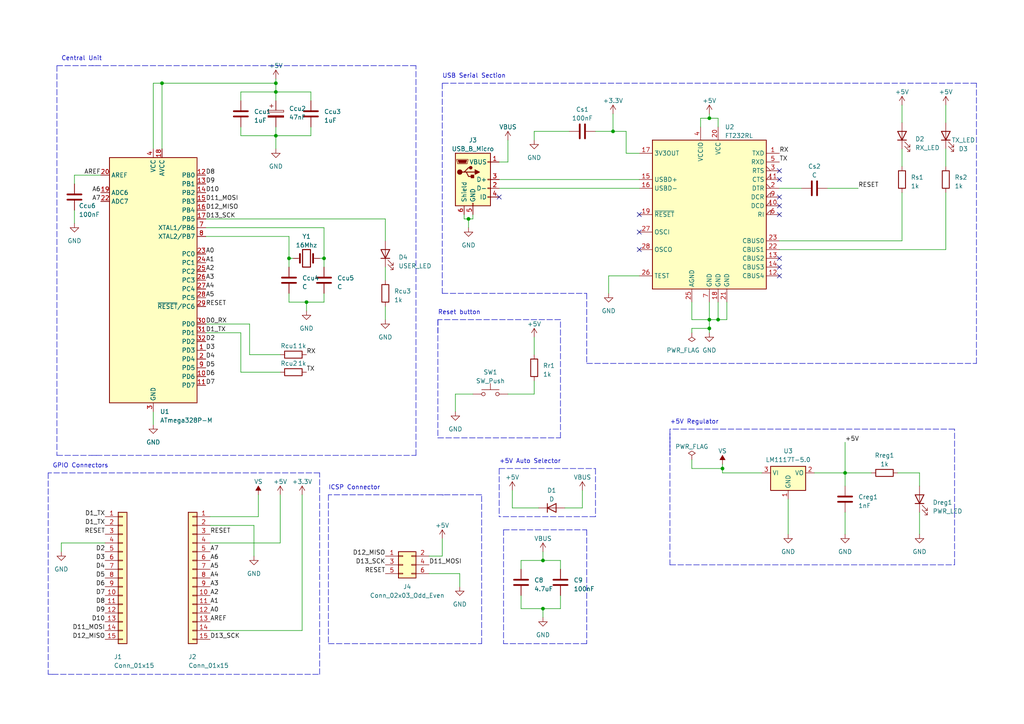
<source format=kicad_sch>
(kicad_sch (version 20230121) (generator eeschema)
  (paper "A4")
  (title_block (title "Development Board Project") (date "2023-04-29") (rev "REV1") (company "xyz"))
  (lib_symbols
    (symbol "Connector:USB_B_Micro" (pin_names (offset 1.016))
      (property "Reference" "J" (at -5.08 11.43 0))
      (property "Value" "USB_B_Micro" (at -5.08 8.89 0))
      (symbol "USB_B_Micro_0_1"
        (rectangle (start -5.08 -7.62) (end 5.08 7.62) (stroke (width 0.254)) (fill (type background)))
        (circle (center -3.81 2.159) (radius 0.635) (stroke (width 0.254)) (fill (type outline)))
        (circle (center -0.635 3.429) (radius 0.381) (stroke (width 0.254)) (fill (type outline)))
        (rectangle (start -0.127 -7.62) (end 0.127 -6.858))
        (polyline (pts (xy -1.905 2.159) (xy 0.635 2.159)) (stroke (width 0.254)))
        (polyline (pts (xy -3.175 2.159) (xy -2.54 2.159) (xy -1.27 3.429) (xy -0.635 3.429)) (stroke (width 0.254)))
        (polyline (pts (xy -2.54 2.159) (xy -1.905 2.159) (xy -1.27 0.889) (xy 0 0.889)) (stroke (width 0.254)))
        (polyline (pts (xy 0.635 2.794) (xy 0.635 1.524) (xy 1.905 2.159) (xy 0.635 2.794)) (stroke (width 0.254)) (fill (type outline)))
        (polyline (pts (xy -4.318 5.588) (xy -1.778 5.588) (xy -2.032 4.826) (xy -4.064 4.826) (xy -4.318 5.588)) (fill (type outline)))
        (polyline (pts (xy -4.699 5.842) (xy -4.699 5.588) (xy -4.445 4.826) (xy -4.445 4.572) (xy -1.651 4.572) (xy -1.651 4.826) (xy -1.397 5.588) (xy -1.397 5.842) (xy -4.699 5.842)))
        (rectangle (start 0.254 1.27) (end -0.508 0.508) (stroke (width 0.254)) (fill (type outline)))
        (rectangle (start 5.08 -5.207) (end 4.318 -4.953))
        (rectangle (start 5.08 -2.667) (end 4.318 -2.413))
        (rectangle (start 5.08 -0.127) (end 4.318 0.127))
        (rectangle (start 5.08 4.953) (end 4.318 5.207))
      )
      (symbol "USB_B_Micro_1_1"
        (pin power_out line (at 7.62 5.08 180) (length 2.54) (name "VBUS") (number "1"))
        (pin bidirectional line (at 7.62 -2.54 180) (length 2.54) (name "D-") (number "2"))
        (pin bidirectional line (at 7.62 0 180) (length 2.54) (name "D+") (number "3"))
        (pin passive line (at 7.62 -5.08 180) (length 2.54) (name "ID") (number "4"))
        (pin power_out line (at 0 -10.16 90) (length 2.54) (name "GND") (number "5"))
        (pin passive line (at -2.54 -10.16 90) (length 2.54) (name "Shield") (number "6"))
      )
    )
    (symbol "Connector_Generic:Conn_01x15" (pin_names (offset 1.016) hide)
      (property "Reference" "J" (at 0 20.32 0))
      (property "Value" "Conn_01x15" (at 0 -20.32 0))
      (symbol "Conn_01x15_1_1"
        (rectangle (start -1.27 -17.653) (end 0 -17.907) (stroke (width 0.1524)))
        (rectangle (start -1.27 -15.113) (end 0 -15.367) (stroke (width 0.1524)))
        (rectangle (start -1.27 -12.573) (end 0 -12.827) (stroke (width 0.1524)))
        (rectangle (start -1.27 -10.033) (end 0 -10.287) (stroke (width 0.1524)))
        (rectangle (start -1.27 -7.493) (end 0 -7.747) (stroke (width 0.1524)))
        (rectangle (start -1.27 -4.953) (end 0 -5.207) (stroke (width 0.1524)))
        (rectangle (start -1.27 -2.413) (end 0 -2.667) (stroke (width 0.1524)))
        (rectangle (start -1.27 0.127) (end 0 -0.127) (stroke (width 0.1524)))
        (rectangle (start -1.27 2.667) (end 0 2.413) (stroke (width 0.1524)))
        (rectangle (start -1.27 5.207) (end 0 4.953) (stroke (width 0.1524)))
        (rectangle (start -1.27 7.747) (end 0 7.493) (stroke (width 0.1524)))
        (rectangle (start -1.27 10.287) (end 0 10.033) (stroke (width 0.1524)))
        (rectangle (start -1.27 12.827) (end 0 12.573) (stroke (width 0.1524)))
        (rectangle (start -1.27 15.367) (end 0 15.113) (stroke (width 0.1524)))
        (rectangle (start -1.27 17.907) (end 0 17.653) (stroke (width 0.1524)))
        (rectangle (start -1.27 19.05) (end 1.27 -19.05) (stroke (width 0.254)) (fill (type background)))
        (pin passive line (at -5.08 17.78 0) (length 3.81) (name "Pin_1") (number "1"))
        (pin passive line (at -5.08 -5.08 0) (length 3.81) (name "Pin_10") (number "10"))
        (pin passive line (at -5.08 -7.62 0) (length 3.81) (name "Pin_11") (number "11"))
        (pin passive line (at -5.08 -10.16 0) (length 3.81) (name "Pin_12") (number "12"))
        (pin passive line (at -5.08 -12.7 0) (length 3.81) (name "Pin_13") (number "13"))
        (pin passive line (at -5.08 -15.24 0) (length 3.81) (name "Pin_14") (number "14"))
        (pin passive line (at -5.08 -17.78 0) (length 3.81) (name "Pin_15") (number "15"))
        (pin passive line (at -5.08 15.24 0) (length 3.81) (name "Pin_2") (number "2"))
        (pin passive line (at -5.08 12.7 0) (length 3.81) (name "Pin_3") (number "3"))
        (pin passive line (at -5.08 10.16 0) (length 3.81) (name "Pin_4") (number "4"))
        (pin passive line (at -5.08 7.62 0) (length 3.81) (name "Pin_5") (number "5"))
        (pin passive line (at -5.08 5.08 0) (length 3.81) (name "Pin_6") (number "6"))
        (pin passive line (at -5.08 2.54 0) (length 3.81) (name "Pin_7") (number "7"))
        (pin passive line (at -5.08 0 0) (length 3.81) (name "Pin_8") (number "8"))
        (pin passive line (at -5.08 -2.54 0) (length 3.81) (name "Pin_9") (number "9"))
      )
    )
    (symbol "Connector_Generic:Conn_02x03_Odd_Even" (pin_names (offset 1.016) hide)
      (property "Reference" "J" (at 1.27 5.08 0))
      (property "Value" "Conn_02x03_Odd_Even" (at 1.27 -5.08 0))
      (symbol "Conn_02x03_Odd_Even_1_1"
        (rectangle (start -1.27 -2.413) (end 0 -2.667) (stroke (width 0.1524)))
        (rectangle (start -1.27 0.127) (end 0 -0.127) (stroke (width 0.1524)))
        (rectangle (start -1.27 2.667) (end 0 2.413) (stroke (width 0.1524)))
        (rectangle (start -1.27 3.81) (end 3.81 -3.81) (stroke (width 0.254)) (fill (type background)))
        (rectangle (start 3.81 -2.413) (end 2.54 -2.667) (stroke (width 0.1524)))
        (rectangle (start 3.81 0.127) (end 2.54 -0.127) (stroke (width 0.1524)))
        (rectangle (start 3.81 2.667) (end 2.54 2.413) (stroke (width 0.1524)))
        (pin passive line (at -5.08 2.54 0) (length 3.81) (name "Pin_1") (number "1"))
        (pin passive line (at 7.62 2.54 180) (length 3.81) (name "Pin_2") (number "2"))
        (pin passive line (at -5.08 0 0) (length 3.81) (name "Pin_3") (number "3"))
        (pin passive line (at 7.62 0 180) (length 3.81) (name "Pin_4") (number "4"))
        (pin passive line (at -5.08 -2.54 0) (length 3.81) (name "Pin_5") (number "5"))
        (pin passive line (at 7.62 -2.54 180) (length 3.81) (name "Pin_6") (number "6"))
      )
    )
    (symbol "Device:C" (pin_numbers hide) (pin_names (offset 0.254))
      (property "Reference" "C" (at 0.635 2.54 0))
      (property "Value" "C" (at 0.635 -2.54 0))
      (symbol "C_0_1"
        (polyline (pts (xy -2.032 -0.762) (xy 2.032 -0.762)) (stroke (width 0.508)))
        (polyline (pts (xy -2.032 0.762) (xy 2.032 0.762)) (stroke (width 0.508)))
      )
      (symbol "C_1_1"
        (pin passive line (at 0 3.81 270) (length 2.794) (name "~") (number "1"))
        (pin passive line (at 0 -3.81 90) (length 2.794) (name "~") (number "2"))
      )
    )
    (symbol "Device:C_Polarized" (pin_numbers hide) (pin_names (offset 0.254))
      (property "Reference" "C" (at 0.635 2.54 0))
      (property "Value" "C_Polarized" (at 0.635 -2.54 0))
      (symbol "C_Polarized_0_1"
        (rectangle (start -2.286 0.508) (end 2.286 1.016))
        (polyline (pts (xy -1.778 2.286) (xy -0.762 2.286)))
        (polyline (pts (xy -1.27 2.794) (xy -1.27 1.778)))
        (rectangle (start 2.286 -0.508) (end -2.286 -1.016) (fill (type outline)))
      )
      (symbol "C_Polarized_1_1"
        (pin passive line (at 0 3.81 270) (length 2.794) (name "~") (number "1"))
        (pin passive line (at 0 -3.81 90) (length 2.794) (name "~") (number "2"))
      )
    )
    (symbol "Device:Crystal" (pin_numbers hide) (pin_names (offset 1.016) hide)
      (property "Reference" "Y" (at 0 3.81 0))
      (property "Value" "Crystal" (at 0 -3.81 0))
      (symbol "Crystal_0_1"
        (rectangle (start -1.143 2.54) (end 1.143 -2.54) (stroke (width 0.3048)))
        (polyline (pts (xy -2.54 0) (xy -1.905 0)))
        (polyline (pts (xy -1.905 -1.27) (xy -1.905 1.27)) (stroke (width 0.508)))
        (polyline (pts (xy 1.905 -1.27) (xy 1.905 1.27)) (stroke (width 0.508)))
        (polyline (pts (xy 2.54 0) (xy 1.905 0)))
      )
      (symbol "Crystal_1_1"
        (pin passive line (at -3.81 0 0) (length 1.27) (name "1") (number "1"))
        (pin passive line (at 3.81 0 180) (length 1.27) (name "2") (number "2"))
      )
    )
    (symbol "Device:D" (pin_numbers hide) (pin_names (offset 1.016) hide)
      (property "Reference" "D" (at 0 2.54 0))
      (property "Value" "D" (at 0 -2.54 0))
      (symbol "D_0_1"
        (polyline (pts (xy -1.27 1.27) (xy -1.27 -1.27)) (stroke (width 0.254)))
        (polyline (pts (xy 1.27 0) (xy -1.27 0)))
        (polyline (pts (xy 1.27 1.27) (xy 1.27 -1.27) (xy -1.27 0) (xy 1.27 1.27)) (stroke (width 0.254)))
      )
      (symbol "D_1_1"
        (pin passive line (at -3.81 0 0) (length 2.54) (name "K") (number "1"))
        (pin passive line (at 3.81 0 180) (length 2.54) (name "A") (number "2"))
      )
    )
    (symbol "Device:LED" (pin_numbers hide) (pin_names (offset 1.016) hide)
      (property "Reference" "D" (at 0 2.54 0))
      (property "Value" "LED" (at 0 -2.54 0))
      (symbol "LED_0_1"
        (polyline (pts (xy -1.27 -1.27) (xy -1.27 1.27)) (stroke (width 0.254)))
        (polyline (pts (xy -1.27 0) (xy 1.27 0)))
        (polyline (pts (xy 1.27 -1.27) (xy 1.27 1.27) (xy -1.27 0) (xy 1.27 -1.27)) (stroke (width 0.254)))
        (polyline (pts (xy -3.048 -0.762) (xy -4.572 -2.286) (xy -3.81 -2.286) (xy -4.572 -2.286) (xy -4.572 -1.524)))
        (polyline (pts (xy -1.778 -0.762) (xy -3.302 -2.286) (xy -2.54 -2.286) (xy -3.302 -2.286) (xy -3.302 -1.524)))
      )
      (symbol "LED_1_1"
        (pin passive line (at -3.81 0 0) (length 2.54) (name "K") (number "1"))
        (pin passive line (at 3.81 0 180) (length 2.54) (name "A") (number "2"))
      )
    )
    (symbol "Device:R" (pin_numbers hide) (pin_names (offset 0))
      (property "Reference" "R" (at 2.032 0 90))
      (property "Value" "R" (at 0 0 90))
      (symbol "R_0_1"
        (rectangle (start -1.016 -2.54) (end 1.016 2.54) (stroke (width 0.254)))
      )
      (symbol "R_1_1"
        (pin passive line (at 0 3.81 270) (length 1.27) (name "~") (number "1"))
        (pin passive line (at 0 -3.81 90) (length 1.27) (name "~") (number "2"))
      )
    )
    (symbol "Interface_USB:FT232RL"
      (property "Reference" "U" (at -16.51 22.86 0))
      (property "Value" "FT232RL" (at 10.16 22.86 0))
      (symbol "FT232RL_0_1"
        (rectangle (start -16.51 21.59) (end 16.51 -21.59) (stroke (width 0.254)) (fill (type background)))
      )
      (symbol "FT232RL_1_1"
        (pin output line (at 20.32 17.78 180) (length 3.81) (name "TXD") (number "1"))
        (pin input input_low (at 20.32 2.54 180) (length 3.81) (name "DCD") (number "10"))
        (pin input input_low (at 20.32 10.16 180) (length 3.81) (name "CTS") (number "11"))
        (pin bidirectional line (at 20.32 -17.78 180) (length 3.81) (name "CBUS4") (number "12"))
        (pin bidirectional line (at 20.32 -12.7 180) (length 3.81) (name "CBUS2") (number "13"))
        (pin bidirectional line (at 20.32 -15.24 180) (length 3.81) (name "CBUS3") (number "14"))
        (pin bidirectional line (at -20.32 10.16 0) (length 3.81) (name "USBD+") (number "15"))
        (pin bidirectional line (at -20.32 7.62 0) (length 3.81) (name "USBD-") (number "16"))
        (pin power_out line (at -20.32 17.78 0) (length 3.81) (name "3V3OUT") (number "17"))
        (pin power_in line (at 2.54 -25.4 90) (length 3.81) (name "GND") (number "18"))
        (pin input line (at -20.32 0 0) (length 3.81) (name "~{RESET}") (number "19"))
        (pin output output_low (at 20.32 7.62 180) (length 3.81) (name "DTR") (number "2"))
        (pin power_in line (at 2.54 25.4 270) (length 3.81) (name "VCC") (number "20"))
        (pin power_in line (at 5.08 -25.4 90) (length 3.81) (name "GND") (number "21"))
        (pin bidirectional line (at 20.32 -10.16 180) (length 3.81) (name "CBUS1") (number "22"))
        (pin bidirectional line (at 20.32 -7.62 180) (length 3.81) (name "CBUS0") (number "23"))
        (pin power_in line (at -5.08 -25.4 90) (length 3.81) (name "AGND") (number "25"))
        (pin input line (at -20.32 -17.78 0) (length 3.81) (name "TEST") (number "26"))
        (pin input line (at -20.32 -5.08 0) (length 3.81) (name "OSCI") (number "27"))
        (pin output line (at -20.32 -10.16 0) (length 3.81) (name "OSCO") (number "28"))
        (pin output output_low (at 20.32 12.7 180) (length 3.81) (name "RTS") (number "3"))
        (pin power_in line (at -2.54 25.4 270) (length 3.81) (name "VCCIO") (number "4"))
        (pin input line (at 20.32 15.24 180) (length 3.81) (name "RXD") (number "5"))
        (pin input input_low (at 20.32 0 180) (length 3.81) (name "RI") (number "6"))
        (pin power_in line (at 0 -25.4 90) (length 3.81) (name "GND") (number "7"))
        (pin input input_low (at 20.32 5.08 180) (length 3.81) (name "DCR") (number "9"))
      )
    )
    (symbol "MCU_Microchip_ATmega:ATmega328P-M"
      (property "Reference" "U" (at -12.7 36.83 0))
      (property "Value" "ATmega328P-M" (at 2.54 -36.83 0))
      (symbol "ATmega328P-M_0_1"
        (rectangle (start -12.7 -35.56) (end 12.7 35.56) (stroke (width 0.254)) (fill (type background)))
      )
      (symbol "ATmega328P-M_1_1"
        (pin bidirectional line (at 15.24 -20.32 180) (length 2.54) (name "PD3") (number "1"))
        (pin bidirectional line (at 15.24 -27.94 180) (length 2.54) (name "PD6") (number "10"))
        (pin bidirectional line (at 15.24 -30.48 180) (length 2.54) (name "PD7") (number "11"))
        (pin bidirectional line (at 15.24 30.48 180) (length 2.54) (name "PB0") (number "12"))
        (pin bidirectional line (at 15.24 27.94 180) (length 2.54) (name "PB1") (number "13"))
        (pin bidirectional line (at 15.24 25.4 180) (length 2.54) (name "PB2") (number "14"))
        (pin bidirectional line (at 15.24 22.86 180) (length 2.54) (name "PB3") (number "15"))
        (pin bidirectional line (at 15.24 20.32 180) (length 2.54) (name "PB4") (number "16"))
        (pin bidirectional line (at 15.24 17.78 180) (length 2.54) (name "PB5") (number "17"))
        (pin power_in line (at 2.54 38.1 270) (length 2.54) (name "AVCC") (number "18"))
        (pin input line (at -15.24 25.4 0) (length 2.54) (name "ADC6") (number "19"))
        (pin bidirectional line (at 15.24 -22.86 180) (length 2.54) (name "PD4") (number "2"))
        (pin passive line (at -15.24 30.48 0) (length 2.54) (name "AREF") (number "20"))
        (pin passive line (at 0 -38.1 90) (length 2.54) hide (name "GND") (number "21"))
        (pin input line (at -15.24 22.86 0) (length 2.54) (name "ADC7") (number "22"))
        (pin bidirectional line (at 15.24 7.62 180) (length 2.54) (name "PC0") (number "23"))
        (pin bidirectional line (at 15.24 5.08 180) (length 2.54) (name "PC1") (number "24"))
        (pin bidirectional line (at 15.24 2.54 180) (length 2.54) (name "PC2") (number "25"))
        (pin bidirectional line (at 15.24 0 180) (length 2.54) (name "PC3") (number "26"))
        (pin bidirectional line (at 15.24 -2.54 180) (length 2.54) (name "PC4") (number "27"))
        (pin bidirectional line (at 15.24 -5.08 180) (length 2.54) (name "PC5") (number "28"))
        (pin bidirectional line (at 15.24 -7.62 180) (length 2.54) (name "~{RESET}/PC6") (number "29"))
        (pin power_in line (at 0 -38.1 90) (length 2.54) (name "GND") (number "3"))
        (pin bidirectional line (at 15.24 -12.7 180) (length 2.54) (name "PD0") (number "30"))
        (pin bidirectional line (at 15.24 -15.24 180) (length 2.54) (name "PD1") (number "31"))
        (pin bidirectional line (at 15.24 -17.78 180) (length 2.54) (name "PD2") (number "32"))
        (pin passive line (at 0 -38.1 90) (length 2.54) hide (name "GND") (number "33"))
        (pin power_in line (at 0 38.1 270) (length 2.54) (name "VCC") (number "4"))
        (pin passive line (at 0 -38.1 90) (length 2.54) hide (name "GND") (number "5"))
        (pin passive line (at 0 38.1 270) (length 2.54) hide (name "VCC") (number "6"))
        (pin bidirectional line (at 15.24 15.24 180) (length 2.54) (name "XTAL1/PB6") (number "7"))
        (pin bidirectional line (at 15.24 12.7 180) (length 2.54) (name "XTAL2/PB7") (number "8"))
        (pin bidirectional line (at 15.24 -25.4 180) (length 2.54) (name "PD5") (number "9"))
      )
    )
    (symbol "Regulator_Linear:LM1117T-5.0"
      (property "Reference" "U" (at -3.81 3.175 0))
      (property "Value" "LM1117T-5.0" (at 0 3.175 0))
      (symbol "LM1117T-5.0_0_1"
        (rectangle (start -5.08 -5.08) (end 5.08 1.905) (stroke (width 0.254)) (fill (type background)))
      )
      (symbol "LM1117T-5.0_1_1"
        (pin power_in line (at 0 -7.62 90) (length 2.54) (name "GND") (number "1"))
        (pin power_out line (at 7.62 0 180) (length 2.54) (name "VO") (number "2"))
        (pin power_in line (at -7.62 0 0) (length 2.54) (name "VI") (number "3"))
      )
    )
    (symbol "Switch:SW_Push" (pin_numbers hide) (pin_names (offset 1.016) hide)
      (property "Reference" "SW" (at 1.27 2.54 0))
      (property "Value" "SW_Push" (at 0 -1.524 0))
      (symbol "SW_Push_0_1"
        (circle (center -2.032 0) (radius 0.508))
        (polyline (pts (xy 0 1.27) (xy 0 3.048)))
        (polyline (pts (xy 2.54 1.27) (xy -2.54 1.27)))
        (circle (center 2.032 0) (radius 0.508))
        (pin passive line (at -5.08 0 0) (length 2.54) (name "1") (number "1"))
        (pin passive line (at 5.08 0 180) (length 2.54) (name "2") (number "2"))
      )
    )
    (symbol "power:+3.3V" (power) (pin_names (offset 0))
      (property "Value" "+3.3V" (at 0 3.556 0))
      (symbol "+3.3V_0_1"
        (polyline (pts (xy -0.762 1.27) (xy 0 2.54)))
        (polyline (pts (xy 0 0) (xy 0 2.54)))
        (polyline (pts (xy 0 2.54) (xy 0.762 1.27)))
      )
      (symbol "+3.3V_1_1"
        (pin power_in line (at 0 0 90) (length 0) hide (name "+3.3V") (number "1"))
      )
    )
    (symbol "power:+5V" (power) (pin_names (offset 0))
      (property "Value" "+5V" (at 0 3.556 0))
      (symbol "+5V_0_1"
        (polyline (pts (xy -0.762 1.27) (xy 0 2.54)))
        (polyline (pts (xy 0 0) (xy 0 2.54)))
        (polyline (pts (xy 0 2.54) (xy 0.762 1.27)))
      )
      (symbol "+5V_1_1"
        (pin power_in line (at 0 0 90) (length 0) hide (name "+5V") (number "1"))
      )
    )
    (symbol "power:GND" (power) (pin_names (offset 0))
      (property "Value" "GND" (at 0 -3.81 0))
      (symbol "GND_0_1"
        (polyline (pts (xy 0 0) (xy 0 -1.27) (xy 1.27 -1.27) (xy 0 -2.54) (xy -1.27 -1.27) (xy 0 -1.27)))
      )
      (symbol "GND_1_1"
        (pin power_in line (at 0 0 270) (length 0) hide (name "GND") (number "1"))
      )
    )
    (symbol "power:PWR_FLAG" (power) (pin_numbers hide) (pin_names (offset 0) hide)
      (property "Value" "PWR_FLAG" (at 0 3.81 0))
      (symbol "PWR_FLAG_0_0"
        (pin power_out line (at 0 0 90) (length 0) (name "pwr") (number "1"))
      )
      (symbol "PWR_FLAG_0_1"
        (polyline (pts (xy 0 0) (xy 0 1.27) (xy -1.016 1.905) (xy 0 2.54) (xy 1.016 1.905) (xy 0 1.27)))
      )
    )
    (symbol "power:VBUS" (power) (pin_names (offset 0))
      (property "Value" "VBUS" (at 0 3.81 0))
      (symbol "VBUS_0_1"
        (polyline (pts (xy -0.762 1.27) (xy 0 2.54)))
        (polyline (pts (xy 0 0) (xy 0 2.54)))
        (polyline (pts (xy 0 2.54) (xy 0.762 1.27)))
      )
      (symbol "VBUS_1_1"
        (pin power_in line (at 0 0 90) (length 0) hide (name "VBUS") (number "1"))
      )
    )
    (symbol "power:VS" (power) (pin_names (offset 0))
      (property "Value" "VS" (at 0 3.81 0))
      (symbol "VS_0_1"
        (polyline (pts (xy 0 0) (xy 0 2.54)))
        (polyline (pts (xy 0.762 1.27) (xy -0.762 1.27) (xy 0 2.54) (xy 0.762 1.27)) (fill (type outline)))
      )
      (symbol "VS_1_1"
        (pin power_in line (at 0 0 90) (length 0) hide (name "VS") (number "1"))
      )
    )
  )
  (junction (at 88.9 87.63))
  (junction (at 80.01 39.37))
  (junction (at 205.74 95.25))
  (junction (at 209.55 135.89))
  (junction (at 80.01 24.13))
  (junction (at 83.82 74.93))
  (junction (at 46.99 24.13))
  (junction (at 157.48 162.56))
  (junction (at 157.48 176.53))
  (junction (at 208.28 92.71))
  (junction (at 245.11 137.16))
  (junction (at 205.74 92.71))
  (junction (at 177.8 38.1))
  (junction (at 93.98 74.93))
  (junction (at 135.89 63.5))
  (junction (at 205.74 34.29))
  (junction (at 80.01 26.67))
  (no_connect (at 226.06 77.47))
  (no_connect (at 144.78 57.15))
  (no_connect (at 226.06 59.69))
  (no_connect (at 226.06 57.15))
  (no_connect (at 226.06 80.01))
  (no_connect (at 185.42 72.39))
  (no_connect (at 185.42 67.31))
  (no_connect (at 185.42 62.23))
  (no_connect (at 226.06 52.07))
  (no_connect (at 226.06 49.53))
  (no_connect (at 226.06 62.23))
  (no_connect (at 226.06 74.93))
  (wire (pts (xy 46.99 24.13) (xy 80.01 24.13)))
  (wire (pts (xy 176.53 85.09) (xy 176.53 80.01)))
  (wire (pts (xy 261.62 55.88) (xy 261.62 69.85)))
  (polyline (pts (xy 127 92.71) (xy 127 96.52)) (stroke (width 0) (type dash)))
  (wire (pts (xy 200.66 87.63) (xy 200.66 92.71)))
  (wire (pts (xy 111.76 88.9) (xy 111.76 92.71)))
  (wire (pts (xy 83.82 77.47) (xy 83.82 74.93)))
  (polyline (pts (xy 170.18 153.67) (xy 170.18 186.69)) (stroke (width 0) (type dash)))
  (wire (pts (xy 73.66 161.29) (xy 73.66 152.4)))
  (wire (pts (xy 111.76 77.47) (xy 111.76 81.28)))
  (wire (pts (xy 135.89 63.5) (xy 135.89 66.04)))
  (wire (pts (xy 29.21 50.8) (xy 21.59 50.8)))
  (wire (pts (xy 200.66 92.71) (xy 205.74 92.71)))
  (wire (pts (xy 203.2 36.83) (xy 203.2 34.29)))
  (wire (pts (xy 81.28 157.48) (xy 81.28 143.51)))
  (wire (pts (xy 90.17 26.67) (xy 80.01 26.67)))
  (wire (pts (xy 151.13 162.56) (xy 151.13 165.1)))
  (wire (pts (xy 69.85 96.52) (xy 69.85 107.95)))
  (wire (pts (xy 69.85 26.67) (xy 80.01 26.67)))
  (wire (pts (xy 147.32 114.3) (xy 154.94 114.3)))
  (wire (pts (xy 274.32 72.39) (xy 226.06 72.39)))
  (polyline (pts (xy 127 127) (xy 162.56 127)) (stroke (width 0) (type dash)))
  (wire (pts (xy 83.82 68.58) (xy 83.82 74.93)))
  (wire (pts (xy 200.66 95.25) (xy 205.74 95.25)))
  (wire (pts (xy 124.46 161.29) (xy 128.27 161.29)))
  (wire (pts (xy 210.82 92.71) (xy 210.82 87.63)))
  (polyline (pts (xy 172.72 135.89) (xy 172.72 149.86)) (stroke (width 0) (type dash)))
  (wire (pts (xy 157.48 160.02) (xy 157.48 162.56)))
  (wire (pts (xy 74.93 143.51) (xy 74.93 149.86)))
  (wire (pts (xy 274.32 43.18) (xy 274.32 48.26)))
  (wire (pts (xy 208.28 34.29) (xy 208.28 36.83)))
  (polyline (pts (xy 276.86 124.46) (xy 194.31 124.46)) (stroke (width 0) (type dash)))
  (wire (pts (xy 261.62 30.48) (xy 261.62 35.56)))
  (wire (pts (xy 208.28 87.63) (xy 208.28 92.71)))
  (polyline (pts (xy 16.51 132.08) (xy 26.67 132.08)) (stroke (width 0) (type dash)))
  (wire (pts (xy 59.69 63.5) (xy 111.76 63.5)))
  (wire (pts (xy 59.69 68.58) (xy 83.82 68.58)))
  (polyline (pts (xy 13.97 195.58) (xy 15.24 195.58)) (stroke (width 0) (type dash)))
  (wire (pts (xy 135.89 63.5) (xy 137.16 63.5)))
  (wire (pts (xy 151.13 176.53) (xy 157.48 176.53)))
  (wire (pts (xy 93.98 85.09) (xy 93.98 87.63)))
  (wire (pts (xy 177.8 33.02) (xy 177.8 38.1)))
  (wire (pts (xy 266.7 140.97) (xy 266.7 137.16)))
  (wire (pts (xy 44.45 43.18) (xy 44.45 24.13)))
  (wire (pts (xy 73.66 152.4) (xy 60.96 152.4)))
  (polyline (pts (xy 172.72 149.86) (xy 144.78 149.86)) (stroke (width 0) (type dash)))
  (polyline (pts (xy 146.05 153.67) (xy 146.05 186.69)) (stroke (width 0) (type dash)))
  (wire (pts (xy 168.91 147.32) (xy 163.83 147.32)))
  (wire (pts (xy 200.66 96.52) (xy 200.66 95.25)))
  (polyline (pts (xy 194.31 125.73) (xy 194.31 163.83)) (stroke (width 0) (type dash)))
  (wire (pts (xy 83.82 87.63) (xy 83.82 85.09)))
  (wire (pts (xy 134.62 62.23) (xy 134.62 63.5)))
  (wire (pts (xy 46.99 43.18) (xy 46.99 24.13)))
  (wire (pts (xy 83.82 74.93) (xy 85.09 74.93)))
  (polyline (pts (xy 95.25 186.69) (xy 139.7 186.69)) (stroke (width 0) (type dash)))
  (polyline (pts (xy 283.21 105.41) (xy 283.21 24.13)) (stroke (width 0) (type dash)))
  (wire (pts (xy 261.62 69.85) (xy 226.06 69.85)))
  (wire (pts (xy 154.94 114.3) (xy 154.94 110.49)))
  (wire (pts (xy 157.48 176.53) (xy 157.48 179.07)))
  (wire (pts (xy 93.98 87.63) (xy 88.9 87.63)))
  (wire (pts (xy 209.55 134.62) (xy 209.55 135.89)))
  (wire (pts (xy 154.94 38.1) (xy 154.94 40.64)))
  (polyline (pts (xy 128.6654 143.5648) (xy 128.3565 143.5648)))
  (wire (pts (xy 44.45 24.13) (xy 46.99 24.13)))
  (wire (pts (xy 245.11 128.27) (xy 245.11 137.16)))
  (wire (pts (xy 128.27 161.29) (xy 128.27 156.21)))
  (wire (pts (xy 144.78 52.07) (xy 185.42 52.07)))
  (wire (pts (xy 93.98 77.47) (xy 93.98 74.93)))
  (polyline (pts (xy 13.97 137.16) (xy 13.97 195.58)) (stroke (width 0) (type dash)))
  (polyline (pts (xy 92.71 195.58) (xy 92.71 137.16)) (stroke (width 0) (type dash)))
  (wire (pts (xy 162.56 162.56) (xy 157.48 162.56)))
  (wire (pts (xy 21.59 50.8) (xy 21.59 53.34)))
  (polyline (pts (xy 15.24 195.58) (xy 92.71 195.58)) (stroke (width 0) (type dash)))
  (polyline (pts (xy 139.7 186.69) (xy 139.7 143.51)) (stroke (width 0) (type dash)))
  (wire (pts (xy 168.91 142.24) (xy 168.91 147.32)))
  (wire (pts (xy 60.96 149.86) (xy 74.93 149.86)))
  (wire (pts (xy 172.72 38.1) (xy 177.8 38.1)))
  (polyline (pts (xy 16.51 19.05) (xy 16.51 132.08)) (stroke (width 0) (type dash)))
  (wire (pts (xy 111.76 63.5) (xy 111.76 69.85)))
  (polyline (pts (xy 139.7 143.51) (xy 95.25 143.51)) (stroke (width 0) (type dash)))
  (wire (pts (xy 147.32 46.99) (xy 147.32 40.64)))
  (wire (pts (xy 157.48 162.56) (xy 151.13 162.56)))
  (polyline (pts (xy 283.21 24.13) (xy 128.27 24.13)) (stroke (width 0) (type dash)))
  (polyline (pts (xy 127 92.71) (xy 127 127)) (stroke (width 0) (type dash)))
  (wire (pts (xy 90.17 29.21) (xy 90.17 26.67)))
  (wire (pts (xy 205.74 87.63) (xy 205.74 92.71)))
  (wire (pts (xy 205.74 33.02) (xy 205.74 34.29)))
  (wire (pts (xy 21.59 60.96) (xy 21.59 64.77)))
  (wire (pts (xy 151.13 172.72) (xy 151.13 176.53)))
  (polyline (pts (xy 16.51 19.05) (xy 27.94 19.05)) (stroke (width 0) (type dash)))
  (polyline (pts (xy 92.71 137.16) (xy 13.97 137.16)) (stroke (width 0) (type dash)))
  (wire (pts (xy 181.61 44.45) (xy 181.61 38.1)))
  (polyline (pts (xy 194.31 163.83) (xy 276.86 163.83)) (stroke (width 0) (type dash)))
  (polyline (pts (xy 170.18 186.69) (xy 146.05 186.69)) (stroke (width 0) (type dash)))
  (wire (pts (xy 176.53 80.01) (xy 185.42 80.01)))
  (wire (pts (xy 69.85 36.83) (xy 69.85 39.37)))
  (polyline (pts (xy 144.78 135.89) (xy 144.78 149.86)) (stroke (width 0) (type dash)))
  (polyline (pts (xy 128.27 85.09) (xy 170.18 85.09)) (stroke (width 0) (type dash)))
  (wire (pts (xy 274.32 55.88) (xy 274.32 72.39)))
  (wire (pts (xy 90.17 36.83) (xy 90.17 39.37)))
  (wire (pts (xy 209.55 135.89) (xy 209.55 137.16)))
  (wire (pts (xy 137.16 62.23) (xy 137.16 63.5)))
  (polyline (pts (xy 27.94 132.08) (xy 120.65 132.08)) (stroke (width 0) (type dash)))
  (wire (pts (xy 205.74 95.25) (xy 205.74 96.52)))
  (polyline (pts (xy 162.56 92.71) (xy 127 92.71)) (stroke (width 0) (type dash)))
  (wire (pts (xy 88.9 90.17) (xy 88.9 87.63)))
  (wire (pts (xy 69.85 39.37) (xy 80.01 39.37)))
  (wire (pts (xy 266.7 148.59) (xy 266.7 154.94)))
  (wire (pts (xy 144.78 54.61) (xy 185.42 54.61)))
  (polyline (pts (xy 194.31 124.46) (xy 194.31 132.08)) (stroke (width 0) (type dash)))
  (wire (pts (xy 165.1 38.1) (xy 154.94 38.1)))
  (wire (pts (xy 162.56 176.53) (xy 162.56 172.72)))
  (wire (pts (xy 144.78 46.99) (xy 147.32 46.99)))
  (wire (pts (xy 87.63 182.88) (xy 60.96 182.88)))
  (wire (pts (xy 80.01 26.67) (xy 80.01 29.21)))
  (wire (pts (xy 208.28 92.71) (xy 210.82 92.71)))
  (wire (pts (xy 266.7 137.16) (xy 260.35 137.16)))
  (polyline (pts (xy 120.65 19.05) (xy 26.67 19.05)) (stroke (width 0) (type dash)))
  (wire (pts (xy 226.06 54.61) (xy 232.41 54.61)))
  (polyline (pts (xy 170.18 105.41) (xy 283.21 105.41)) (stroke (width 0) (type dash)))
  (wire (pts (xy 59.69 96.52) (xy 69.85 96.52)))
  (wire (pts (xy 17.78 160.02) (xy 17.78 157.48)))
  (wire (pts (xy 162.56 165.1) (xy 162.56 162.56)))
  (wire (pts (xy 209.55 137.16) (xy 220.98 137.16)))
  (polyline (pts (xy 170.18 85.09) (xy 170.18 105.41)) (stroke (width 0) (type dash)))
  (wire (pts (xy 245.11 148.59) (xy 245.11 154.94)))
  (wire (pts (xy 80.01 24.13) (xy 80.01 26.67)))
  (wire (pts (xy 240.03 54.61) (xy 248.92 54.61)))
  (wire (pts (xy 156.21 147.32) (xy 148.59 147.32)))
  (wire (pts (xy 177.8 38.1) (xy 181.61 38.1)))
  (polyline (pts (xy 120.65 132.08) (xy 120.65 19.05)) (stroke (width 0) (type dash)))
  (polyline (pts (xy 276.86 163.83) (xy 276.86 124.46)) (stroke (width 0) (type dash)))
  (polyline (pts (xy 144.78 135.89) (xy 172.72 135.89)) (stroke (width 0) (type dash)))
  (wire (pts (xy 205.74 92.71) (xy 208.28 92.71)))
  (wire (pts (xy 134.62 63.5) (xy 135.89 63.5)))
  (wire (pts (xy 80.01 22.86) (xy 80.01 24.13)))
  (wire (pts (xy 157.48 176.53) (xy 162.56 176.53)))
  (wire (pts (xy 205.74 34.29) (xy 208.28 34.29)))
  (wire (pts (xy 93.98 74.93) (xy 92.71 74.93)))
  (wire (pts (xy 274.32 30.48) (xy 274.32 35.56)))
  (wire (pts (xy 137.16 114.3) (xy 132.08 114.3)))
  (wire (pts (xy 133.35 166.37) (xy 133.35 170.18)))
  (wire (pts (xy 93.98 66.04) (xy 93.98 74.93)))
  (wire (pts (xy 72.39 93.98) (xy 72.39 102.87)))
  (wire (pts (xy 90.17 39.37) (xy 80.01 39.37)))
  (wire (pts (xy 261.62 43.18) (xy 261.62 48.26)))
  (wire (pts (xy 245.11 137.16) (xy 245.11 140.97)))
  (wire (pts (xy 80.01 39.37) (xy 80.01 43.18)))
  (polyline (pts (xy 26.67 132.08) (xy 27.94 132.08)) (stroke (width 0) (type dash)))
  (wire (pts (xy 124.46 166.37) (xy 133.35 166.37)))
  (wire (pts (xy 148.59 147.32) (xy 148.59 142.24)))
  (wire (pts (xy 203.2 34.29) (xy 205.74 34.29)))
  (polyline (pts (xy 95.25 143.51) (xy 95.25 186.69)) (stroke (width 0) (type dash)))
  (wire (pts (xy 17.78 157.48) (xy 30.48 157.48)))
  (wire (pts (xy 200.66 133.35) (xy 200.66 135.89)))
  (wire (pts (xy 200.66 135.89) (xy 209.55 135.89)))
  (wire (pts (xy 88.9 87.63) (xy 83.82 87.63)))
  (wire (pts (xy 44.45 119.38) (xy 44.45 123.19)))
  (wire (pts (xy 69.85 107.95) (xy 81.28 107.95)))
  (wire (pts (xy 80.01 36.83) (xy 80.01 39.37)))
  (wire (pts (xy 236.22 137.16) (xy 245.11 137.16)))
  (wire (pts (xy 59.69 66.04) (xy 93.98 66.04)))
  (wire (pts (xy 59.69 93.98) (xy 72.39 93.98)))
  (wire (pts (xy 69.85 29.21) (xy 69.85 26.67)))
  (wire (pts (xy 185.42 44.45) (xy 181.61 44.45)))
  (polyline (pts (xy 128.27 24.13) (xy 128.27 85.09)) (stroke (width 0) (type dash)))
  (polyline (pts (xy 162.56 127) (xy 162.56 92.71)) (stroke (width 0) (type dash)))
  (wire (pts (xy 72.39 102.87) (xy 81.28 102.87)))
  (wire (pts (xy 154.94 97.79) (xy 154.94 102.87)))
  (wire (pts (xy 205.74 92.71) (xy 205.74 95.25)))
  (polyline (pts (xy 128.3565 143.5648) (xy 128.3565 143.4876)))
  (wire (pts (xy 228.6 144.78) (xy 228.6 154.94)))
  (wire (pts (xy 87.63 143.51) (xy 87.63 182.88)))
  (polyline (pts (xy 146.05 153.67) (xy 170.18 153.67)) (stroke (width 0) (type dash)))
  (wire (pts (xy 60.96 157.48) (xy 81.28 157.48)))
  (wire (pts (xy 132.08 114.3) (xy 132.08 119.38)))
  (wire (pts (xy 245.11 137.16) (xy 252.73 137.16)))
  (text "+5V Auto Selector" (at 144.78 134.62 0) (effects (font (size 1.27 1.27)) (justify left bottom)))
  (text "GPIO Connectors" (at 15.24 135.89 0) (effects (font (size 1.27 1.27)) (justify left bottom)))
  (text "Central Unit\n" (at 17.78 17.78 0) (effects (font (size 1.27 1.27)) (justify left bottom)))
  (text "USB Serial Section\n" (at 128.27 22.86 0) (effects (font (size 1.27 1.27)) (justify left bottom)))
  (text "+5V Regulator" (at 194.31 123.19 0) (effects (font (size 1.27 1.27)) (justify left bottom)))
  (text "Reset button" (at 127 91.44 0) (effects (font (size 1.27 1.27)) (justify left bottom)))
  (text "ICSP Connector" (at 95.25 142.24 0) (effects (font (size 1.27 1.27)) (justify left bottom)))
  (label "D11_MOSI" (at 59.69 58.42 0))
  (label "A0" (at 59.69 73.66 0))
  (label "D9" (at 30.48 177.8 180))
  (label "A3" (at 60.96 170.18 0))
  (label "D1_TX" (at 59.69 96.52 0))
  (label "D3" (at 30.48 162.56 180))
  (label "D1_TX" (at 30.48 152.4 180))
  (label "A0" (at 60.96 177.8 0))
  (label "A6" (at 60.96 162.56 0))
  (label "A2" (at 60.96 172.72 0))
  (label "RESET" (at 248.92 54.61 0))
  (label "RX" (at 226.06 44.45 0))
  (label "D11_MOSI" (at 30.48 182.88 180))
  (label "AREF" (at 60.96 180.34 0))
  (label "D5" (at 30.48 167.64 180))
  (label "D6" (at 30.48 170.18 180))
  (label "A2" (at 59.69 78.74 0))
  (label "D13_SCK" (at 59.69 63.5 0))
  (label "D5" (at 59.69 106.68 0))
  (label "TX" (at 88.9 107.95 0))
  (label "RESET" (at 111.76 166.37 180))
  (label "D9" (at 59.69 53.34 0))
  (label "A1" (at 60.96 175.26 0))
  (label "D12_MISO" (at 59.69 60.96 0))
  (label "D13_SCK" (at 111.76 163.83 180))
  (label "RESET" (at 60.96 154.94 0))
  (label "A7" (at 29.21 58.42 180))
  (label "A1" (at 59.69 76.2 0))
  (label "D10" (at 59.69 55.88 0))
  (label "D4" (at 59.69 104.14 0))
  (label "D0_RX" (at 59.69 93.98 0))
  (label "A4" (at 59.69 83.82 0))
  (label "D12_MISO" (at 30.48 185.42 180))
  (label "TX" (at 226.06 46.99 0))
  (label "D1_TX" (at 30.48 149.86 180))
  (label "RX" (at 88.9 102.87 0))
  (label "D3" (at 59.69 101.6 0))
  (label "D7" (at 30.48 172.72 180))
  (label "D12_MISO" (at 111.76 161.29 180))
  (label "AREF" (at 29.21 50.8 180))
  (label "D6" (at 59.69 109.22 0))
  (label "D11_MOSI" (at 124.46 163.83 0))
  (label "D13_SCK" (at 60.96 185.42 0))
  (label "A5" (at 59.69 86.36 0))
  (label "RESET" (at 59.69 88.9 0))
  (label "A7" (at 60.96 160.02 0))
  (label "D4" (at 30.48 165.1 180))
  (label "A4" (at 60.96 167.64 0))
  (label "D8" (at 59.69 50.8 0))
  (label "RESET" (at 30.48 154.94 180))
  (label "D2" (at 59.69 99.06 0))
  (label "+5V" (at 245.11 128.27 0))
  (label "D7" (at 59.69 111.76 0))
  (label "D8" (at 30.48 175.26 180))
  (label "A3" (at 59.69 81.28 0))
  (label "D2" (at 30.48 160.02 180))
  (label "A6" (at 29.21 55.88 180))
  (label "D10" (at 30.48 180.34 180))
  (label "A5" (at 60.96 165.1 0))
  (symbol (lib_id "power:GND") (at 228.6 154.94 0) (unit 1)
    (property "Reference" "#PWR017" (effects hide))
    (property "Value" "GND" (at 228.6 160.02 0))
  )
  (symbol (lib_id "power:GND") (at 73.66 161.29 0) (unit 1)
    (property "Reference" "#PWR025" (effects hide))
    (property "Value" "GND" (at 73.66 166.37 0))
  )
  (symbol (lib_id "power:+5V") (at 154.94 97.79 0) (unit 1)
    (property "Reference" "#PWR029" (effects hide))
    (property "Value" "+5V" (at 154.94 93.98 0))
  )
  (symbol (lib_id "Device:C") (at 245.11 144.78 0) (unit 1)
    (property "Reference" "Creg1" (at 248.92 144.145 0) (effects (justify left)))
    (property "Value" "1nF" (at 248.92 146.685 0) (effects (justify left)))
    (property "Footprint" "Capacitor_SMD:C_0805_2012Metric_Pad1.18x1.45mm_HandSolder" (effects hide))
  )
  (symbol (lib_id "MCU_Microchip_ATmega:ATmega328P-M") (at 44.45 81.28 0) (unit 1)
    (property "Reference" "U1" (at 46.4059 119.38 0) (effects (justify left)))
    (property "Value" "ATmega328P-M" (at 46.4059 121.92 0) (effects (justify left)))
    (property "Footprint" "Package_DFN_QFN:QFN-32-1EP_5x5mm_P0.5mm_EP3.1x3.1mm" (effects hide))
    (property "Datasheet" "http://ww1.microchip.com/downloads/en/DeviceDoc/ATmega328_P%20AVR%20MCU%20with%20picoPower%20Technology%20Data%20Sheet%2040001984A.pdf" (effects hide))
  )
  (symbol (lib_id "Connector:USB_B_Micro") (at 137.16 52.07 0) (unit 1)
    (property "Reference" "J3" (at 137.16 40.64 0))
    (property "Value" "USB_B_Micro" (at 137.16 43.18 0))
    (property "Footprint" "Connector_USB:USB_Mini-B_Lumberg_2486_01_Horizontal" (effects hide))
  )
  (symbol (lib_id "power:+5V") (at 205.74 33.02 0) (unit 1)
    (property "Reference" "#PWR08" (effects hide))
    (property "Value" "+5V" (at 205.74 29.21 0))
  )
  (symbol (lib_id "Device:LED") (at 266.7 144.78 90) (unit 1)
    (property "Reference" "Dreg1" (at 270.51 145.7325 90) (effects (justify right)))
    (property "Value" "PWR_LED" (at 270.51 148.2725 90) (effects (justify right)))
    (property "Footprint" "LED_SMD:LED_0603_1608Metric_Pad1.05x0.95mm_HandSolder" (effects hide))
  )
  (symbol (lib_id "power:GND") (at 133.35 170.18 0) (unit 1)
    (property "Reference" "#PWR016" (effects hide))
    (property "Value" "GND" (at 133.35 175.26 0))
  )
  (symbol (lib_id "power:PWR_FLAG") (at 200.66 133.35 0) (unit 1)
    (property "Reference" "#FLG02" (effects hide))
    (property "Value" "PWR_FLAG" (at 200.66 129.54 0))
  )
  (symbol (lib_id "Device:Crystal") (at 88.9 74.93 0) (unit 1)
    (property "Reference" "Y1" (at 88.9 68.58 0))
    (property "Value" "16Mhz" (at 88.9 71.12 0))
    (property "Footprint" "Crystal:Crystal_SMD_3225-4Pin_3.2x2.5mm_HandSoldering" (effects hide))
  )
  (symbol (lib_id "Regulator_Linear:LM1117T-5.0") (at 228.6 137.16 0) (unit 1)
    (property "Reference" "U3" (at 228.6 130.81 0))
    (property "Value" "LM1117T-5.0" (at 228.6 133.35 0))
    (property "Footprint" "Package_TO_SOT_THT:TO-220-3_Horizontal_TabDown" (effects hide))
    (property "Datasheet" "http://www.ti.com/lit/ds/symlink/lm1117.pdf" (effects hide))
  )
  (symbol (lib_id "Device:R") (at 85.09 102.87 270) (unit 1)
    (property "Reference" "Rcu1" (at 83.82 100.33 90))
    (property "Value" "1k" (at 87.63 100.33 90))
    (property "Footprint" "Resistor_SMD:R_0805_2012Metric_Pad1.20x1.40mm_HandSolder" (effects hide))
  )
  (symbol (lib_id "Device:C") (at 83.82 81.28 0) (unit 1)
    (property "Reference" "Ccu4" (at 87.63 80.645 0) (effects (justify left)))
    (property "Value" "C" (at 87.63 83.185 0) (effects (justify left)))
    (property "Footprint" "Capacitor_SMD:C_0805_2012Metric_Pad1.18x1.45mm_HandSolder" (effects hide))
  )
  (symbol (lib_id "Device:C") (at 93.98 81.28 0) (unit 1)
    (property "Reference" "Ccu5" (at 97.79 80.645 0) (effects (justify left)))
    (property "Value" "C" (at 97.79 83.185 0) (effects (justify left)))
    (property "Footprint" "Capacitor_SMD:C_0805_2012Metric_Pad1.18x1.45mm_HandSolder" (effects hide))
  )
  (symbol (lib_id "power:GND") (at 88.9 90.17 0) (unit 1)
    (property "Reference" "#PWR03" (effects hide))
    (property "Value" "GND" (at 88.9 95.25 0))
  )
  (symbol (lib_id "power:GND") (at 176.53 85.09 0) (unit 1)
    (property "Reference" "#PWR013" (effects hide))
    (property "Value" "GND" (at 176.53 90.17 0))
  )
  (symbol (lib_id "power:+5V") (at 261.62 30.48 0) (unit 1)
    (property "Reference" "#PWR06" (effects hide))
    (property "Value" "+5V" (at 261.62 26.67 0))
  )
  (symbol (lib_id "Device:C") (at 90.17 33.02 0) (unit 1)
    (property "Reference" "Ccu3" (at 93.98 32.385 0) (effects (justify left)))
    (property "Value" "1uF" (at 93.98 34.925 0) (effects (justify left)))
    (property "Footprint" "Capacitor_SMD:C_0805_2012Metric_Pad1.18x1.45mm_HandSolder" (effects hide))
  )
  (symbol (lib_id "power:GND") (at 17.78 160.02 0) (unit 1)
    (property "Reference" "#PWR023" (effects hide))
    (property "Value" "GND" (at 17.78 165.1 0))
  )
  (symbol (lib_id "Device:R") (at 111.76 85.09 0) (unit 1)
    (property "Reference" "Rcu3" (at 114.3 84.455 0) (effects (justify left)))
    (property "Value" "1k" (at 114.3 86.995 0) (effects (justify left)))
    (property "Footprint" "Resistor_SMD:R_0805_2012Metric_Pad1.20x1.40mm_HandSolder" (effects hide))
  )
  (symbol (lib_id "Device:C") (at 162.56 168.91 0) (unit 1)
    (property "Reference" "C9" (at 166.37 168.275 0) (effects (justify left)))
    (property "Value" "100nF" (at 166.37 170.815 0) (effects (justify left)))
    (property "Footprint" "Capacitor_SMD:C_0805_2012Metric_Pad1.18x1.45mm_HandSolder" (effects hide))
  )
  (symbol (lib_id "Device:R") (at 274.32 52.07 0) (unit 1)
    (property "Reference" "Rs2" (at 276.86 51.435 0) (effects (justify left)))
    (property "Value" "1k" (at 276.86 53.975 0) (effects (justify left)))
    (property "Footprint" "Resistor_SMD:R_0805_2012Metric_Pad1.20x1.40mm_HandSolder" (effects hide))
  )
  (symbol (lib_id "power:GND") (at 21.59 64.77 0) (unit 1)
    (property "Reference" "#PWR032" (effects hide))
    (property "Value" "GND" (at 21.59 69.85 0))
  )
  (symbol (lib_id "power:GND") (at 157.48 179.07 0) (unit 1)
    (property "Reference" "#PWR030" (effects hide))
    (property "Value" "GND" (at 157.48 184.15 0))
  )
  (symbol (lib_id "power:GND") (at 245.11 154.94 0) (unit 1)
    (property "Reference" "#PWR019" (effects hide))
    (property "Value" "GND" (at 245.11 160.02 0))
  )
  (symbol (lib_id "power:VBUS") (at 157.48 160.02 0) (unit 1)
    (property "Reference" "#PWR031" (effects hide))
    (property "Value" "VBUS" (at 157.48 156.21 0))
  )
  (symbol (lib_id "power:GND") (at 266.7 154.94 0) (unit 1)
    (property "Reference" "#PWR020" (effects hide))
    (property "Value" "GND" (at 266.7 160.02 0))
  )
  (symbol (lib_id "power:+5V") (at 148.59 142.24 0) (unit 1)
    (property "Reference" "#PWR022" (effects hide))
    (property "Value" "+5V" (at 148.59 138.43 0))
  )
  (symbol (lib_id "power:VS") (at 74.93 143.51 0) (unit 1)
    (property "Reference" "#PWR027" (effects hide))
    (property "Value" "VS" (at 74.93 139.7 0))
  )
  (symbol (lib_id "power:GND") (at 80.01 43.18 0) (unit 1)
    (property "Reference" "#PWR02" (effects hide))
    (property "Value" "GND" (at 80.01 48.26 0))
  )
  (symbol (lib_id "power:VS") (at 209.55 134.62 0) (unit 1)
    (property "Reference" "#PWR018" (effects hide))
    (property "Value" "VS" (at 209.55 130.81 0))
  )
  (symbol (lib_id "power:GND") (at 132.08 119.38 0) (unit 1)
    (property "Reference" "#PWR028" (effects hide))
    (property "Value" "GND" (at 132.08 124.46 0))
  )
  (symbol (lib_id "power:+5V") (at 274.32 30.48 0) (unit 1)
    (property "Reference" "#PWR07" (effects hide))
    (property "Value" "+5V" (at 274.32 26.67 0))
  )
  (symbol (lib_id "power:+3.3V") (at 87.63 143.51 0) (unit 1)
    (property "Reference" "#PWR026" (effects hide))
    (property "Value" "+3.3V" (at 87.63 139.7 0))
  )
  (symbol (lib_id "power:PWR_FLAG") (at 200.66 96.52 180) (unit 1)
    (property "Reference" "#FLG01" (effects hide))
    (property "Value" "PWR_FLAG" (at 198.12 101.6 0))
  )
  (symbol (lib_id "Connector_Generic:Conn_01x15") (at 35.56 167.64 0) (unit 1)
    (property "Reference" "J1" (at 33.02 190.5 0) (effects (justify left)))
    (property "Value" "Conn_01x15" (at 33.02 193.04 0) (effects (justify left)))
    (property "Footprint" "Connector_PinHeader_2.54mm:PinHeader_1x15_P2.54mm_Vertical" (effects hide))
  )
  (symbol (lib_id "power:GND") (at 154.94 40.64 0) (unit 1)
    (property "Reference" "#PWR09" (effects hide))
    (property "Value" "GND" (at 154.94 45.72 0))
  )
  (symbol (lib_id "Device:C") (at 69.85 33.02 0) (unit 1)
    (property "Reference" "Ccu1" (at 73.66 32.385 0) (effects (justify left)))
    (property "Value" "1uF" (at 73.66 34.925 0) (effects (justify left)))
    (property "Footprint" "Capacitor_SMD:C_0805_2012Metric_Pad1.18x1.45mm_HandSolder" (effects hide))
  )
  (symbol (lib_id "Device:C") (at 21.59 57.15 0) (unit 1)
    (property "Reference" "Ccu6" (at 22.86 59.69 0) (effects (justify left)))
    (property "Value" "100nF" (at 22.86 62.23 0) (effects (justify left)))
    (property "Footprint" "Capacitor_SMD:C_0805_2012Metric_Pad1.18x1.45mm_HandSolder" (effects hide))
  )
  (symbol (lib_id "Device:R") (at 256.54 137.16 90) (unit 1)
    (property "Reference" "Rreg1" (at 256.54 132.08 90))
    (property "Value" "1k" (at 256.54 134.62 90))
    (property "Footprint" "Resistor_SMD:R_0805_2012Metric_Pad1.20x1.40mm_HandSolder" (effects hide))
  )
  (symbol (lib_id "power:GND") (at 44.45 123.19 0) (unit 1)
    (property "Reference" "#PWR05" (effects hide))
    (property "Value" "GND" (at 44.45 128.27 0))
  )
  (symbol (lib_id "Device:LED") (at 111.76 73.66 90) (unit 1)
    (property "Reference" "D4" (at 115.57 74.6125 90) (effects (justify right)))
    (property "Value" "USER_LED" (at 115.57 77.1525 90) (effects (justify right)))
    (property "Footprint" "LED_SMD:LED_0603_1608Metric_Pad1.05x0.95mm_HandSolder" (effects hide))
  )
  (symbol (lib_id "Device:R") (at 261.62 52.07 0) (unit 1)
    (property "Reference" "Rs1" (at 264.16 51.435 0) (effects (justify left)))
    (property "Value" "1k" (at 264.16 53.975 0) (effects (justify left)))
    (property "Footprint" "Resistor_SMD:R_0805_2012Metric_Pad1.20x1.40mm_HandSolder" (effects hide))
  )
  (symbol (lib_id "power:+5V") (at 128.27 156.21 0) (unit 1)
    (property "Reference" "#PWR015" (effects hide))
    (property "Value" "+5V" (at 128.27 152.4 0))
  )
  (symbol (lib_id "power:+5V") (at 80.01 22.86 0) (unit 1)
    (property "Reference" "#PWR01" (effects hide))
    (property "Value" "+5V" (at 80.01 19.05 0))
  )
  (symbol (lib_id "power:VBUS") (at 168.91 142.24 0) (unit 1)
    (property "Reference" "#PWR021" (effects hide))
    (property "Value" "VBUS" (at 168.91 138.43 0))
  )
  (symbol (lib_id "Switch:SW_Push") (at 142.24 114.3 0) (unit 1)
    (property "Reference" "SW1" (at 142.24 107.95 0))
    (property "Value" "SW_Push" (at 142.24 110.49 0))
    (property "Footprint" "Button_Switch_SMD:SW_Push_1P1T_NO_6x6mm_H9.5mm" (effects hide))
  )
  (symbol (lib_id "power:GND") (at 135.89 66.04 0) (unit 1)
    (property "Reference" "#PWR011" (effects hide))
    (property "Value" "GND" (at 135.89 71.12 0))
  )
  (symbol (lib_id "Device:C") (at 168.91 38.1 90) (unit 1)
    (property "Reference" "Cs1" (at 168.91 31.75 90))
    (property "Value" "100nF" (at 168.91 34.29 90))
    (property "Footprint" "Capacitor_SMD:C_0805_2012Metric_Pad1.18x1.45mm_HandSolder" (effects hide))
  )
  (symbol (lib_id "power:+5V") (at 81.28 143.51 0) (unit 1)
    (property "Reference" "#PWR024" (effects hide))
    (property "Value" "+5V" (at 81.28 139.7 0))
  )
  (symbol (lib_id "power:VBUS") (at 147.32 40.64 0) (unit 1)
    (property "Reference" "#PWR012" (effects hide))
    (property "Value" "VBUS" (at 147.32 36.83 0))
  )
  (symbol (lib_id "Device:R") (at 154.94 106.68 0) (unit 1)
    (property "Reference" "Rr1" (at 157.48 106.045 0) (effects (justify left)))
    (property "Value" "1k" (at 157.48 108.585 0) (effects (justify left)))
    (property "Footprint" "Resistor_SMD:R_0805_2012Metric_Pad1.20x1.40mm_HandSolder" (effects hide))
  )
  (symbol (lib_id "power:+3.3V") (at 177.8 33.02 0) (unit 1)
    (property "Reference" "#PWR010" (effects hide))
    (property "Value" "+3.3V" (at 177.8 29.21 0))
  )
  (symbol (lib_id "Device:LED") (at 261.62 39.37 90) (unit 1)
    (property "Reference" "D2" (at 265.43 40.3225 90) (effects (justify right)))
    (property "Value" "RX_LED" (at 265.43 42.8625 90) (effects (justify right)))
    (property "Footprint" "LED_SMD:LED_0603_1608Metric_Pad1.05x0.95mm_HandSolder" (effects hide))
  )
  (symbol (lib_id "Device:C_Polarized") (at 80.01 33.02 0) (unit 1)
    (property "Reference" "Ccu2" (at 83.82 31.496 0) (effects (justify left)))
    (property "Value" "47nF" (at 83.82 34.036 0) (effects (justify left)))
    (property "Footprint" "Capacitor_SMD:C_1206_3216Metric_Pad1.33x1.80mm_HandSolder" (effects hide))
  )
  (symbol (lib_id "Interface_USB:FT232RL") (at 205.74 62.23 0) (unit 1)
    (property "Reference" "U2" (at 210.2359 36.83 0) (effects (justify left)))
    (property "Value" "FT232RL" (at 210.2359 39.37 0) (effects (justify left)))
    (property "Footprint" "Package_SO:SSOP-28_5.3x10.2mm_P0.65mm" (effects hide))
    (property "Datasheet" "https://www.ftdichip.com/Support/Documents/DataSheets/ICs/DS_FT232R.pdf" (effects hide))
  )
  (symbol (lib_id "power:GND") (at 111.76 92.71 0) (unit 1)
    (property "Reference" "#PWR04" (effects hide))
    (property "Value" "GND" (at 111.76 97.79 0))
  )
  (symbol (lib_id "Device:LED") (at 274.32 39.37 90) (unit 1)
    (property "Reference" "D3" (at 279.4 43.18 90))
    (property "Value" "TX_LED" (at 279.4 40.64 90))
    (property "Footprint" "LED_SMD:LED_0603_1608Metric_Pad1.05x0.95mm_HandSolder" (effects hide))
  )
  (symbol (lib_id "Connector_Generic:Conn_02x03_Odd_Even") (at 116.84 163.83 0) (unit 1)
    (property "Reference" "J4" (at 118.11 170.18 0))
    (property "Value" "Conn_02x03_Odd_Even" (at 118.11 172.72 0))
    (property "Footprint" "Connector_PinHeader_2.54mm:PinHeader_2x03_P2.54mm_Vertical" (effects hide))
  )
  (symbol (lib_id "Device:R") (at 85.09 107.95 270) (unit 1)
    (property "Reference" "Rcu2" (at 83.82 105.41 90))
    (property "Value" "1k" (at 87.63 105.41 90))
    (property "Footprint" "Resistor_SMD:R_0805_2012Metric_Pad1.20x1.40mm_HandSolder" (effects hide))
  )
  (symbol (lib_id "Connector_Generic:Conn_01x15") (at 55.88 167.64 0) (mirror y) (unit 1)
    (property "Reference" "J2" (at 54.61 190.5 0) (effects (justify right)))
    (property "Value" "Conn_01x15" (at 54.61 193.04 0) (effects (justify right)))
    (property "Footprint" "Connector_PinHeader_2.54mm:PinHeader_1x15_P2.54mm_Vertical" (effects hide))
  )
  (symbol (lib_id "Device:C") (at 236.22 54.61 90) (unit 1)
    (property "Reference" "Cs2" (at 236.22 48.26 90))
    (property "Value" "C" (at 236.22 50.8 90))
    (property "Footprint" "Capacitor_SMD:C_0805_2012Metric_Pad1.18x1.45mm_HandSolder" (effects hide))
  )
  (symbol (lib_id "Device:D") (at 160.02 147.32 0) (unit 1)
    (property "Reference" "D1" (at 160.02 142.24 0))
    (property "Value" "D" (at 160.02 144.78 0))
    (property "Footprint" "Diode_SMD:D_SOD-123" (effects hide))
    (property "Sim.Device" "D" (effects hide))
    (property "Sim.Pins" "1=K 2=A" (effects hide))
  )
  (symbol (lib_id "Device:C") (at 151.13 168.91 0) (unit 1)
    (property "Reference" "C8" (at 154.94 168.275 0) (effects (justify left)))
    (property "Value" "4.7uF" (at 154.94 170.815 0) (effects (justify left)))
    (property "Footprint" "Capacitor_SMD:C_1206_3216Metric_Pad1.33x1.80mm_HandSolder" (effects hide))
  )
  (symbol (lib_id "power:GND") (at 205.74 96.52 0) (unit 1)
    (property "Reference" "#PWR014" (effects hide))
    (property "Value" "GND" (at 205.74 101.6 0))
  )
)
</source>
